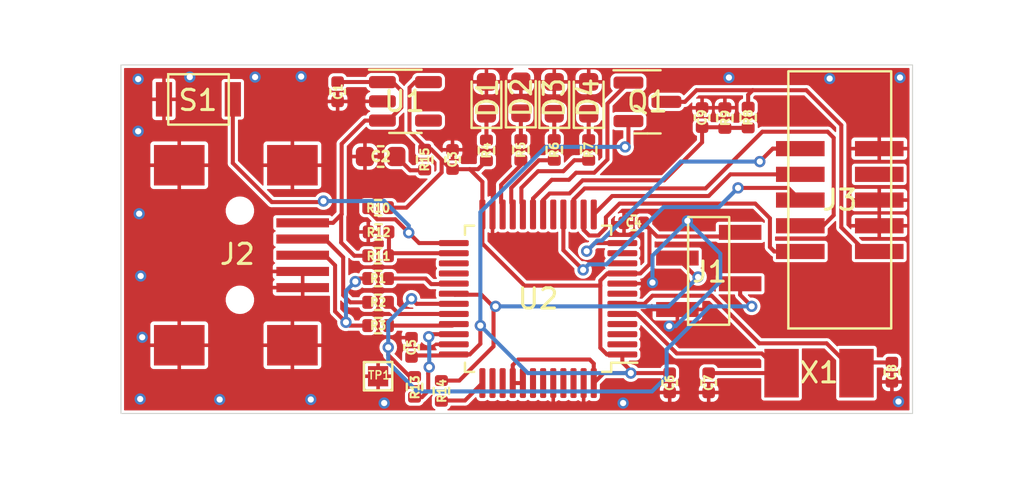
<source format=kicad_pcb>
(kicad_pcb (version 20211014) (generator pcbnew)
  (layers (0 "F.Cu" signal) (31 "B.Cu" signal) (34 "B.Paste" user) (35 "F.Paste" user) (36 "B.SilkS" user "B.Silkscreen") (37 "F.SilkS" user "F.Silkscreen") (38 "B.Mask" user) (39 "F.Mask" user) (44 "Edge.Cuts" user))
  (net 0 "")
  (net 1 "GND")
  (net 2 "+3V3")
  (net 3 "+5V")
  (net 4 "Net-(R15-Pad2)")
  (net 5 "Net-(X1-Pad1)")
  (net 6 "Net-(X1-Pad2)")
  (net 7 "Net-(R9-Pad1)")
  (net 8 "Net-(R1-Pad2)")
  (net 9 "/TMS")
  (net 10 "/TCK")
  (net 11 "/TDO")
  (net 13 "/TDI")
  (net 14 "/RST")
  (net 15 "/PWR_BR")
  (net 16 "Net-(U2-Pad29)")
  (net 17 "Net-(J2-Pad2)")
  (net 18 "Net-(U2-Pad32)")
  (net 19 "Net-(U2-Pad33)")
  (net 20 "/TPWR")
  (net 21 "Net-(R10-Pad2)")
  (net 22 "/VBUS")
  (net 23 "Net-(U2-Pad34)")
  (net 24 "/RXD")
  (net 25 "Net-(U2-Pad37)")
  (net 26 "/LED2")
  (net 27 "/LED1")
  (net 28 "/LED0")
  (net 29 "/TXD")
  (net 46 "Net-(D1-Pad1)")
  (net 47 "Net-(D2-Pad1)")
  (net 48 "Net-(D3-Pad1)")
  (net 49 "Net-(D4-Pad1)")
  (footprint "EOS:U-M-M5SS-W-2" (layer "F.Cu") (at 28.975 29.4 -90)
    (fp_text reference "J2" (at -0.05 3.225 unlocked) (layer "F.SilkS"))
    (fp_text value "USB_Mini_B")
    (pad "" np_thru_hole circle (at 2.2 3.1 270) (size 0.9 0.9) (drill 0.9) (layers F&B.Cu *.Mask))
    (pad "" np_thru_hole circle (at -2.2 3.1 270) (size 0.9 0.9) (drill 0.9) (layers F&B.Cu *.Mask))
    (pad "1" smd rect (at -1.6 0 270) (size 0.45 2.6) (layers "F.Cu" "F.Paste" "F.Mask") (net 3 "+5V"))
    (pad "2" smd rect (at -0.8 0 270) (size 0.45 2.6) (layers "F.Cu" "F.Paste" "F.Mask") (net 17 "Net-(J2-Pad2)"))
    (pad "3" smd rect (at 0 0 270) (size 0.45 2.6) (layers "F.Cu" "F.Paste" "F.Mask") (net 8 "Net-(R1-Pad2)"))
    (pad "4" smd rect (at 0.8 0 270) (size 0.45 2.6) (layers "F.Cu" "F.Paste" "F.Mask") (net 1 "GND"))
    (pad "5" smd rect (at 1.6 0 270) (size 0.45 2.6) (layers "F.Cu" "F.Paste" "F.Mask") (net 1 "GND"))
    (pad "6" smd rect (at -4.445 0.508 270) (size 2 2.5) (layers "F.Cu" "F.Paste" "F.Mask") (net 1 "GND"))
    (pad "7" smd rect (at -4.445 6.096 270) (size 2 2.5) (layers "F.Cu" "F.Paste" "F.Mask") (net 1 "GND"))
    (pad "8" smd rect (at 4.445 0.508 270) (size 2 2.5) (layers "F.Cu" "F.Paste" "F.Mask") (net 1 "GND"))
    (pad "9" smd rect (at 4.445 6.096 270) (size 2 2.5) (layers "F.Cu" "F.Paste" "F.Mask") (net 1 "GND"))
  )
  (footprint "Resistor_SMD:R_0402_1005Metric" (layer "F.Cu") (at 34.5 35.9 90)
    (fp_text reference "R13" (at -0.025 0.025 90) (layer "F.SilkS") (effects (font (size 0.4 0.4) (thickness 0.1))))
    (fp_text value "0R")
    (pad "1" smd roundrect (at -0.51 0 90) (size 0.54 0.64) (layers "F.Cu" "F.Paste" "F.Mask") (net 23 "Net-(U2-Pad34)"))
    (pad "2" smd roundrect (at 0.51 0 90) (size 0.54 0.64) (layers "F.Cu" "F.Paste" "F.Mask") (net 24 "/RXD"))
  )
  (footprint "Resistor_SMD:R_0402_1005Metric" (layer "F.Cu") (at 32.7 32.875 180)
    (fp_text reference "R3" (at 0 0) (layer "F.SilkS") (effects (font (size 0.4 0.4) (thickness 0.1))))
    (fp_text value "22")
    (pad "1" smd roundrect (at -0.51 0 180) (size 0.54 0.64) (layers "F.Cu" "F.Paste" "F.Mask") (net 19 "Net-(U2-Pad33)"))
    (pad "2" smd roundrect (at 0.51 0 180) (size 0.54 0.64) (layers "F.Cu" "F.Paste" "F.Mask") (net 8 "Net-(R1-Pad2)"))
  )
  (footprint "Resistor_SMD:R_0402_1005Metric" (layer "F.Cu") (at 35 24.675 -90)
    (fp_text reference "R15" (at 0 0 90) (layer "F.SilkS") (effects (font (size 0.4 0.4) (thickness 0.1))))
    (fp_text value "1")
    (pad "1" smd roundrect (at -0.51 0 270) (size 0.54 0.64) (layers "F.Cu" "F.Paste" "F.Mask") (net 2 "+3V3"))
    (pad "2" smd roundrect (at 0.51 0 270) (size 0.54 0.64) (layers "F.Cu" "F.Paste" "F.Mask") (net 4 "Net-(R15-Pad2)"))
  )
  (footprint "Resistor_SMD:R_0402_1005Metric" (layer "F.Cu") (at 32.7 27.05 180)
    (fp_text reference "R10" (at 0 -0.025) (layer "F.SilkS") (effects (font (size 0.4 0.4) (thickness 0.1))))
    (fp_text value "10k")
    (pad "1" smd roundrect (at -0.51 0 180) (size 0.54 0.64) (layers "F.Cu" "F.Paste" "F.Mask") (net 2 "+3V3"))
    (pad "2" smd roundrect (at 0.51 0 180) (size 0.54 0.64) (layers "F.Cu" "F.Paste" "F.Mask") (net 21 "Net-(R10-Pad2)"))
  )
  (footprint "Resistor_SMD:R_0402_1005Metric" (layer "F.Cu") (at 35.825 36.1 90)
    (fp_text reference "R14" (at 0 0.025 90) (layer "F.SilkS") (effects (font (size 0.4 0.4) (thickness 0.1))))
    (fp_text value "0R")
    (pad "1" smd roundrect (at -0.51 0 90) (size 0.54 0.64) (layers "F.Cu" "F.Paste" "F.Mask") (net 25 "Net-(U2-Pad37)"))
    (pad "2" smd roundrect (at 0.51 0 90) (size 0.54 0.64) (layers "F.Cu" "F.Paste" "F.Mask") (net 29 "/TXD"))
  )
  (footprint "Capacitor_SMD:C_0402_1005Metric" (layer "F.Cu") (at 34.35 33.95 90)
    (fp_text reference "C5" (at 0 0 90) (layer "F.SilkS") (effects (font (size 0.4 0.4) (thickness 0.1))))
    (fp_text value "100n")
    (pad "1" smd roundrect (at -0.48 0 90) (size 0.56 0.62) (layers "F.Cu" "F.Paste" "F.Mask") (net 2 "+3V3"))
    (pad "2" smd roundrect (at 0.48 0 90) (size 0.56 0.62) (layers "F.Cu" "F.Paste" "F.Mask") (net 1 "GND"))
  )
  (footprint "LED_SMD:LED_0603_1608Metric" (layer "F.Cu") (at 39.75 21.6 90)
    (fp_text reference "D2" (at 0 0.025 90) (layer "F.SilkS"))
    (fp_text value "red")
    (pad "1" smd roundrect (at -0.7875 0 90) (size 0.875 0.95) (layers "F.Cu" "F.Paste" "F.Mask") (net 47 "Net-(D2-Pad1)"))
    (pad "2" smd roundrect (at 0.7875 0 90) (size 0.875 0.95) (layers "F.Cu" "F.Paste" "F.Mask") (net 1 "GND"))
  )
  (footprint "TestPoint:TestPoint_Pad_1.0x1.0mm" (layer "F.Cu") (at 32.7 35.375)
    (fp_text reference "TP1" (at 0.05 -0.05) (layer "F.SilkS") (effects (font (size 0.4 0.4) (thickness 0.075))))
    (fp_text value "TestPoint_Alt")
    (pad "1" smd rect (at 0 0) (size 1 1) (layers "F.Cu" "F.Mask") (net 1 "GND"))
  )
  (footprint "LED_SMD:LED_0603_1608Metric" (layer "F.Cu") (at 41.4 21.625 90)
    (fp_text reference "D3" (at 0 0 90) (layer "F.SilkS"))
    (fp_text value "yellow")
    (pad "1" smd roundrect (at -0.7875 0 90) (size 0.875 0.95) (layers "F.Cu" "F.Paste" "F.Mask") (net 48 "Net-(D3-Pad1)"))
    (pad "2" smd roundrect (at 0.7875 0 90) (size 0.875 0.95) (layers "F.Cu" "F.Paste" "F.Mask") (net 1 "GND"))
  )
  (footprint "LED_SMD:LED_0603_1608Metric" (layer "F.Cu") (at 43.1 21.625 90)
    (fp_text reference "D4" (at 0 -0.025 90) (layer "F.SilkS"))
    (fp_text value "yellow")
    (pad "1" smd roundrect (at -0.7875 0 90) (size 0.875 0.95) (layers "F.Cu" "F.Paste" "F.Mask") (net 49 "Net-(D4-Pad1)"))
    (pad "2" smd roundrect (at 0.7875 0 90) (size 0.875 0.95) (layers "F.Cu" "F.Paste" "F.Mask") (net 1 "GND"))
  )
  (footprint "Resistor_SMD:R_0402_1005Metric" (layer "F.Cu") (at 32.7 30.55 180)
    (fp_text reference "R1" (at 0 0) (layer "F.SilkS") (effects (font (size 0.4 0.4) (thickness 0.1))))
    (fp_text value "1k5")
    (pad "1" smd roundrect (at -0.51 0 180) (size 0.54 0.64) (layers "F.Cu" "F.Paste" "F.Mask") (net 16 "Net-(U2-Pad29)"))
    (pad "2" smd roundrect (at 0.51 0 180) (size 0.54 0.64) (layers "F.Cu" "F.Paste" "F.Mask") (net 8 "Net-(R1-Pad2)"))
  )
  (footprint "Capacitor_SMD:C_0402_1005Metric" (layer "F.Cu") (at 48.7 22.6 90)
    (fp_text reference "C9" (at 0 0 90) (layer "F.SilkS") (effects (font (size 0.4 0.4) (thickness 0.1))))
    (fp_text value "100n")
    (pad "1" smd roundrect (at -0.48 0 90) (size 0.56 0.62) (layers "F.Cu" "F.Paste" "F.Mask") (net 7 "Net-(R9-Pad1)"))
    (pad "2" smd roundrect (at 0.48 0 90) (size 0.56 0.62) (layers "F.Cu" "F.Paste" "F.Mask") (net 1 "GND"))
  )
  (footprint "Capacitor_SMD:C_0603_1608Metric" (layer "F.Cu") (at 32.825 24.525 180)
    (fp_text reference "C2" (at 0 0) (layer "F.SilkS") (effects (font (size 0.5 0.5) (thickness 0.125))))
    (fp_text value "3.3u")
    (pad "1" smd roundrect (at -0.775 0 180) (size 0.9 0.95) (layers "F.Cu" "F.Paste" "F.Mask") (net 4 "Net-(R15-Pad2)"))
    (pad "2" smd roundrect (at 0.775 0 180) (size 0.9 0.95) (layers "F.Cu" "F.Paste" "F.Mask") (net 1 "GND"))
  )
  (footprint "LED_SMD:LED_0603_1608Metric" (layer "F.Cu") (at 38.05 21.625 90)
    (fp_text reference "D1" (at 0 0.05 90) (layer "F.SilkS"))
    (fp_text value "green")
    (pad "1" smd roundrect (at -0.7875 0 90) (size 0.875 0.95) (layers "F.Cu" "F.Paste" "F.Mask") (net 46 "Net-(D1-Pad1)"))
    (pad "2" smd roundrect (at 0.7875 0 90) (size 0.875 0.95) (layers "F.Cu" "F.Paste" "F.Mask") (net 1 "GND"))
  )
  (footprint "Capacitor_SMD:C_0402_1005Metric" (layer "F.Cu") (at 45.325 27.8 180)
    (fp_text reference "C4" (at 0 0) (layer "F.SilkS") (effects (font (size 0.4 0.4) (thickness 0.1))))
    (fp_text value "100n")
    (pad "1" smd roundrect (at -0.48 0 180) (size 0.56 0.62) (layers "F.Cu" "F.Paste" "F.Mask") (net 2 "+3V3"))
    (pad "2" smd roundrect (at 0.48 0 180) (size 0.56 0.62) (layers "F.Cu" "F.Paste" "F.Mask") (net 1 "GND"))
  )
  (footprint "Package_TO_SOT_SMD:SOT-23" (layer "F.Cu") (at 46 21.825)
    (fp_text reference "Q1" (at 0 0) (layer "F.SilkS"))
    (fp_text value "FDV304P")
    (pad "1" smd roundrect (at -0.9375 -0.95) (size 1.475 0.6) (layers "F.Cu" "F.Paste" "F.Mask") (net 15 "/PWR_BR"))
    (pad "2" smd roundrect (at -0.9375 0.95) (size 1.475 0.6) (layers "F.Cu" "F.Paste" "F.Mask") (net 2 "+3V3"))
    (pad "3" smd roundrect (at 0.9375 0) (size 1.475 0.6) (layers "F.Cu" "F.Paste" "F.Mask") (net 20 "/TPWR"))
  )
  (footprint "Capacitor_SMD:C_0402_1005Metric" (layer "F.Cu") (at 36.375 24.67 90)
    (fp_text reference "C3" (at 0 0 90) (layer "F.SilkS") (effects (font (size 0.4 0.4) (thickness 0.1))))
    (fp_text value "100n")
    (pad "1" smd roundrect (at -0.48 0 90) (size 0.56 0.62) (layers "F.Cu" "F.Paste" "F.Mask") (net 2 "+3V3"))
    (pad "2" smd roundrect (at 0.48 0 90) (size 0.56 0.62) (layers "F.Cu" "F.Paste" "F.Mask") (net 1 "GND"))
  )
  (footprint "Capacitor_SMD:C_0402_1005Metric" (layer "F.Cu") (at 47.1 35.7 -90)
    (fp_text reference "C6" (at 0 0 90) (layer "F.SilkS") (effects (font (size 0.4 0.4) (thickness 0.1))))
    (fp_text value "100n")
    (pad "1" smd roundrect (at -0.48 0 270) (size 0.56 0.62) (layers "F.Cu" "F.Paste" "F.Mask") (net 2 "+3V3"))
    (pad "2" smd roundrect (at 0.48 0 270) (size 0.56 0.62) (layers "F.Cu" "F.Paste" "F.Mask") (net 1 "GND"))
  )
  (footprint "EOS:G5308000201080" (layer "F.Cu") (at 54.475 35.225)
    (fp_text reference "X1" (at 0 -0.025 unlocked) (layer "F.SilkS"))
    (fp_text value "8 MHz")
    (pad "1" smd rect (at -1.85 0) (size 1.7 2.4) (layers "F.Cu" "F.Paste" "F.Mask") (net 5 "Net-(X1-Pad1)"))
    (pad "2" smd rect (at 1.85 0) (size 1.7 2.4) (layers "F.Cu" "F.Paste" "F.Mask") (net 6 "Net-(X1-Pad2)"))
  )
  (footprint "Resistor_SMD:R_0402_1005Metric" (layer "F.Cu") (at 32.7 31.725 180)
    (fp_text reference "R2" (at 0 0) (layer "F.SilkS") (effects (font (size 0.4 0.4) (thickness 0.1))))
    (fp_text value "22")
    (pad "1" smd roundrect (at -0.51 0 180) (size 0.54 0.64) (layers "F.Cu" "F.Paste" "F.Mask") (net 18 "Net-(U2-Pad32)"))
    (pad "2" smd roundrect (at 0.51 0 180) (size 0.54 0.64) (layers "F.Cu" "F.Paste" "F.Mask") (net 17 "Net-(J2-Pad2)"))
  )
  (footprint "Resistor_SMD:R_0402_1005Metric" (layer "F.Cu") (at 49.825 22.625 90)
    (fp_text reference "R9" (at 0 0.025 90) (layer "F.SilkS") (effects (font (size 0.4 0.4) (thickness 0.1))))
    (fp_text value "10k")
    (pad "1" smd roundrect (at -0.51 0 90) (size 0.54 0.64) (layers "F.Cu" "F.Paste" "F.Mask") (net 7 "Net-(R9-Pad1)"))
    (pad "2" smd roundrect (at 0.51 0 90) (size 0.54 0.64) (layers "F.Cu" "F.Paste" "F.Mask") (net 1 "GND"))
  )
  (footprint "Resistor_SMD:R_0402_1005Metric" (layer "F.Cu") (at 32.725 28.25 180)
    (fp_text reference "R12" (at 0 -0.025) (layer "F.SilkS") (effects (font (size 0.4 0.4) (thickness 0.1))))
    (fp_text value "10k")
    (pad "1" smd roundrect (at -0.51 0 180) (size 0.54 0.64) (layers "F.Cu" "F.Paste" "F.Mask") (net 22 "/VBUS"))
    (pad "2" smd roundrect (at 0.51 0 180) (size 0.54 0.64) (layers "F.Cu" "F.Paste" "F.Mask") (net 1 "GND"))
  )
  (footprint "Resistor_SMD:R_0402_1005Metric" (layer "F.Cu") (at 38.05 24.225 90)
    (fp_text reference "R4" (at 0 0 90) (layer "F.SilkS") (effects (font (size 0.4 0.4) (thickness 0.1))))
    (fp_text value "390")
    (pad "1" smd roundrect (at -0.51 0 90) (size 0.54 0.64) (layers "F.Cu" "F.Paste" "F.Mask") (net 2 "+3V3"))
    (pad "2" smd roundrect (at 0.51 0 90) (size 0.54 0.64) (layers "F.Cu" "F.Paste" "F.Mask") (net 46 "Net-(D1-Pad1)"))
  )
  (footprint "Resistor_SMD:R_0402_1005Metric" (layer "F.Cu") (at 50.975 22.6 -90)
    (fp_text reference "R8" (at 0 0 90) (layer "F.SilkS") (effects (font (size 0.4 0.4) (thickness 0.1))))
    (fp_text value "4k7")
    (pad "1" smd roundrect (at -0.51 0 270) (size 0.54 0.64) (layers "F.Cu" "F.Paste" "F.Mask") (net 20 "/TPWR"))
    (pad "2" smd roundrect (at 0.51 0 270) (size 0.54 0.64) (layers "F.Cu" "F.Paste" "F.Mask") (net 7 "Net-(R9-Pad1)"))
  )
  (footprint "Capacitor_SMD:C_0402_1005Metric" (layer "F.Cu") (at 49.025 35.7 -90)
    (fp_text reference "C7" (at 0 0 90) (layer "F.SilkS") (effects (font (size 0.4 0.4) (thickness 0.1))))
    (fp_text value "27p")
    (pad "1" smd roundrect (at -0.48 0 270) (size 0.56 0.62) (layers "F.Cu" "F.Paste" "F.Mask") (net 5 "Net-(X1-Pad1)"))
    (pad "2" smd roundrect (at 0.48 0 270) (size 0.56 0.62) (layers "F.Cu" "F.Paste" "F.Mask") (net 1 "GND"))
  )
  (footprint "Capacitor_SMD:C_0402_1005Metric" (layer "F.Cu") (at 58.075 35.175 -90)
    (fp_text reference "C8" (at 0 0 90) (layer "F.SilkS") (effects (font (size 0.4 0.4) (thickness 0.1))))
    (fp_text value "27p")
    (pad "1" smd roundrect (at -0.48 0 270) (size 0.56 0.62) (layers "F.Cu" "F.Paste" "F.Mask") (net 6 "Net-(X1-Pad2)"))
    (pad "2" smd roundrect (at 0.48 0 270) (size 0.56 0.62) (layers "F.Cu" "F.Paste" "F.Mask") (net 1 "GND"))
  )
  (footprint "Resistor_SMD:R_0402_1005Metric" (layer "F.Cu") (at 32.7 29.425)
    (fp_text reference "R11" (at 0.025 0.025) (layer "F.SilkS") (effects (font (size 0.4 0.4) (thickness 0.1))))
    (fp_text value "4k7")
    (pad "1" smd roundrect (at -0.51 0) (size 0.54 0.64) (layers "F.Cu" "F.Paste" "F.Mask") (net 3 "+5V"))
    (pad "2" smd roundrect (at 0.51 0) (size 0.54 0.64) (layers "F.Cu" "F.Paste" "F.Mask") (net 22 "/VBUS"))
  )
  (footprint "Resistor_SMD:R_0402_1005Metric" (layer "F.Cu") (at 39.75 24.2 90)
    (fp_text reference "R5" (at 0 0 90) (layer "F.SilkS") (effects (font (size 0.4 0.4) (thickness 0.1))))
    (fp_text value "390")
    (pad "1" smd roundrect (at -0.51 0 90) (size 0.54 0.64) (layers "F.Cu" "F.Paste" "F.Mask") (net 26 "/LED2"))
    (pad "2" smd roundrect (at 0.51 0 90) (size 0.54 0.64) (layers "F.Cu" "F.Paste" "F.Mask") (net 47 "Net-(D2-Pad1)"))
  )
  (footprint "Capacitor_SMD:C_0402_1005Metric" (layer "F.Cu") (at 30.7 21.325 -90)
    (fp_text reference "C1" (at 0 -0.025 90) (layer "F.SilkS") (effects (font (size 0.4 0.4) (thickness 0.1))))
    (fp_text value "1u")
    (pad "1" smd roundrect (at -0.48 0 270) (size 0.56 0.62) (layers "F.Cu" "F.Paste" "F.Mask") (net 3 "+5V"))
    (pad "2" smd roundrect (at 0.48 0 270) (size 0.56 0.62) (layers "F.Cu" "F.Paste" "F.Mask") (net 1 "GND"))
  )
  (footprint "Package_TO_SOT_SMD:SOT-23-5" (layer "F.Cu") (at 34.05 21.8)
    (fp_text reference "U1" (at -0.05 0) (layer "F.SilkS"))
    (fp_text value "LP2981-33")
    (pad "1" smd roundrect (at -1.1375 -0.95) (size 1.325 0.6) (layers "F.Cu" "F.Paste" "F.Mask") (net 3 "+5V"))
    (pad "2" smd roundrect (at -1.1375 0) (size 1.325 0.6) (layers "F.Cu" "F.Paste" "F.Mask") (net 1 "GND"))
    (pad "3" smd roundrect (at -1.1375 0.95) (size 1.325 0.6) (layers "F.Cu" "F.Paste" "F.Mask") (net 3 "+5V"))
    (pad "4" smd roundrect (at 1.1375 0.95) (size 1.325 0.6) (layers "F.Cu" "F.Paste" "F.Mask"))
    (pad "5" smd roundrect (at 1.1375 -0.95) (size 1.325 0.6) (layers "F.Cu" "F.Paste" "F.Mask") (net 2 "+3V3"))
  )
  (footprint "EOS:B3U-1000P" (layer "F.Cu") (at 23.825 21.7)
    (fp_text reference "S1" (at -0.025 0.05 unlocked) (layer "F.SilkS"))
    (fp_text value "B3U-1000P")
    (pad "1" smd rect (at -1.7 0) (size 0.8 1.7) (layers "F.Cu" "F.Paste" "F.Mask") (net 1 "GND"))
    (pad "2" smd rect (at 1.7 0) (size 0.8 1.7) (layers "F.Cu" "F.Paste" "F.Mask") (net 21 "Net-(R10-Pad2)"))
  )
  (footprint "EOS:X1311WVS-04J-C18D42R1" (layer "F.Cu") (at 49.03 30.175 90)
    (fp_text reference "J1" (at -0.05 0.045 unlocked) (layer "F.SilkS"))
    (fp_text value "PB53261−04")
    (pad "1" smd rect (at -1.905 -1.55 90) (size 0.74 2.1) (layers "F.Cu" "F.Paste" "F.Mask") (net 1 "GND"))
    (pad "2" smd rect (at -0.635 1.55 90) (size 0.74 2.1) (layers "F.Cu" "F.Paste" "F.Mask") (net 24 "/RXD"))
    (pad "3" smd rect (at 0.635 -1.55 90) (size 0.74 2.1) (layers "F.Cu" "F.Paste" "F.Mask") (net 29 "/TXD"))
    (pad "4" smd rect (at 1.905 1.55 90) (size 0.74 2.1) (layers "F.Cu" "F.Paste" "F.Mask") (net 2 "+3V3"))
  )
  (footprint "Resistor_SMD:R_0402_1005Metric" (layer "F.Cu") (at 43.1 24.2 90)
    (fp_text reference "R7" (at 0 0 90) (layer "F.SilkS") (effects (font (size 0.4 0.4) (thickness 0.1))))
    (fp_text value "390")
    (pad "1" smd roundrect (at -0.51 0 90) (size 0.54 0.64) (layers "F.Cu" "F.Paste" "F.Mask") (net 28 "/LED0"))
    (pad "2" smd roundrect (at 0.51 0 90) (size 0.54 0.64) (layers "F.Cu" "F.Paste" "F.Mask") (net 49 "Net-(D4-Pad1)"))
  )
  (footprint "EOS:X1270WVS-2x05A-6TV01" (layer "F.Cu") (at 55.5 26.675 90)
    (fp_text reference "J3" (at 0 0 unlocked) (layer "F.SilkS"))
    (fp_text value "X1270WVS-2x05A-6TV01")
    (pad "1" smd rect (at -2.54 1.95 90) (size 0.75 2.4) (layers "F.Cu" "F.Paste" "F.Mask") (net 20 "/TPWR"))
    (pad "2" smd rect (at -2.54 -1.95 90) (size 0.75 2.4) (layers "F.Cu" "F.Paste" "F.Mask") (net 9 "/TMS"))
    (pad "3" smd rect (at -1.27 1.95 90) (size 0.75 2.4) (layers "F.Cu" "F.Paste" "F.Mask") (net 1 "GND"))
    (pad "4" smd rect (at -1.27 -1.95 90) (size 0.75 2.4) (layers "F.Cu" "F.Paste" "F.Mask") (net 10 "/TCK"))
    (pad "5" smd rect (at 0 1.95 90) (size 0.75 2.4) (layers "F.Cu" "F.Paste" "F.Mask") (net 1 "GND"))
    (pad "6" smd rect (at 0 -1.95 90) (size 0.75 2.4) (layers "F.Cu" "F.Paste" "F.Mask") (net 11 "/TDO"))
    (pad "7" smd rect (at 1.27 1.95 90) (size 0.75 2.4) (layers "F.Cu" "F.Paste" "F.Mask"))
    (pad "8" smd rect (at 1.27 -1.95 90) (size 0.75 2.4) (layers "F.Cu" "F.Paste" "F.Mask") (net 13 "/TDI"))
    (pad "9" smd rect (at 2.54 1.95 90) (size 0.75 2.4) (layers "F.Cu" "F.Paste" "F.Mask") (net 1 "GND"))
    (pad "10" smd rect (at 2.54 -1.95 90) (size 0.75 2.4) (layers "F.Cu" "F.Paste" "F.Mask") (net 14 "/RST"))
  )
  (footprint "Resistor_SMD:R_0402_1005Metric" (layer "F.Cu") (at 41.4 24.2 90)
    (fp_text reference "R6" (at 0 0 90) (layer "F.SilkS") (effects (font (size 0.4 0.4) (thickness 0.1))))
    (fp_text value "390")
    (pad "1" smd roundrect (at -0.51 0 90) (size 0.54 0.64) (layers "F.Cu" "F.Paste" "F.Mask") (net 27 "/LED1"))
    (pad "2" smd roundrect (at 0.51 0 90) (size 0.54 0.64) (layers "F.Cu" "F.Paste" "F.Mask") (net 48 "Net-(D3-Pad1)"))
  )
  (footprint "Package_QFP:LQFP-48_7x7mm_P0.5mm" (layer "F.Cu") (at 40.6 31.55 180)
    (fp_text reference "U2" (at 0 0) (layer "F.SilkS"))
    (fp_text value "STM32F102CBTx")
    (pad "1" smd roundrect (at -4.1625 -2.75 180) (size 1.475 0.3) (layers "F.Cu" "F.Paste" "F.Mask") (net 2 "+3V3"))
    (pad "2" smd roundrect (at -4.1625 -2.25 180) (size 1.475 0.3) (layers "F.Cu" "F.Paste" "F.Mask"))
    (pad "3" smd roundrect (at -4.1625 -1.75 180) (size 1.475 0.3) (layers "F.Cu" "F.Paste" "F.Mask"))
    (pad "4" smd roundrect (at -4.1625 -1.25 180) (size 1.475 0.3) (layers "F.Cu" "F.Paste" "F.Mask"))
    (pad "5" smd roundrect (at -4.1625 -0.75 180) (size 1.475 0.3) (layers "F.Cu" "F.Paste" "F.Mask") (net 5 "Net-(X1-Pad1)"))
    (pad "6" smd roundrect (at -4.1625 -0.25 180) (size 1.475 0.3) (layers "F.Cu" "F.Paste" "F.Mask") (net 6 "Net-(X1-Pad2)"))
    (pad "7" smd roundrect (at -4.1625 0.25 180) (size 1.475 0.3) (layers "F.Cu" "F.Paste" "F.Mask"))
    (pad "8" smd roundrect (at -4.1625 0.75 180) (size 1.475 0.3) (layers "F.Cu" "F.Paste" "F.Mask") (net 1 "GND"))
    (pad "9" smd roundrect (at -4.1625 1.25 180) (size 1.475 0.3) (layers "F.Cu" "F.Paste" "F.Mask") (net 2 "+3V3"))
    (pad "10" smd roundrect (at -4.1625 1.75 180) (size 1.475 0.3) (layers "F.Cu" "F.Paste" "F.Mask"))
    (pad "11" smd roundrect (at -4.1625 2.25 180) (size 1.475 0.3) (layers "F.Cu" "F.Paste" "F.Mask"))
    (pad "12" smd roundrect (at -4.1625 2.75 180) (size 1.475 0.3) (layers "F.Cu" "F.Paste" "F.Mask") (net 14 "/RST"))
    (pad "13" smd roundrect (at -2.75 4.1625 180) (size 0.3 1.475) (layers "F.Cu" "F.Paste" "F.Mask") (net 13 "/TDI"))
    (pad "14" smd roundrect (at -2.25 4.1625 180) (size 0.3 1.475) (layers "F.Cu" "F.Paste" "F.Mask") (net 9 "/TMS"))
    (pad "15" smd roundrect (at -1.75 4.1625 180) (size 0.3 1.475) (layers "F.Cu" "F.Paste" "F.Mask") (net 10 "/TCK"))
    (pad "16" smd roundrect (at -1.25 4.1625 180) (size 0.3 1.475) (layers "F.Cu" "F.Paste" "F.Mask") (net 11 "/TDO"))
    (pad "17" smd roundrect (at -0.75 4.1625 180) (size 0.3 1.475) (layers "F.Cu" "F.Paste" "F.Mask"))
    (pad "18" smd roundrect (at -0.25 4.1625 180) (size 0.3 1.475) (layers "F.Cu" "F.Paste" "F.Mask") (net 7 "Net-(R9-Pad1)"))
    (pad "19" smd roundrect (at 0.25 4.1625 180) (size 0.3 1.475) (layers "F.Cu" "F.Paste" "F.Mask") (net 15 "/PWR_BR"))
    (pad "20" smd roundrect (at 0.75 4.1625 180) (size 0.3 1.475) (layers "F.Cu" "F.Paste" "F.Mask") (net 28 "/LED0"))
    (pad "21" smd roundrect (at 1.25 4.1625 180) (size 0.3 1.475) (layers "F.Cu" "F.Paste" "F.Mask") (net 27 "/LED1"))
    (pad "22" smd roundrect (at 1.75 4.1625 180) (size 0.3 1.475) (layers "F.Cu" "F.Paste" "F.Mask") (net 26 "/LED2"))
    (pad "23" smd roundrect (at 2.25 4.1625 180) (size 0.3 1.475) (layers "F.Cu" "F.Paste" "F.Mask") (net 1 "GND"))
    (pad "24" smd roundrect (at 2.75 4.1625 180) (size 0.3 1.475) (layers "F.Cu" "F.Paste" "F.Mask") (net 2 "+3V3"))
    (pad "25" smd roundrect (at 4.1625 2.75 180) (size 1.475 0.3) (layers "F.Cu" "F.Paste" "F.Mask") (net 21 "Net-(R10-Pad2)"))
    (pad "26" smd roundrect (at 4.1625 2.25 180) (size 1.475 0.3) (layers "F.Cu" "F.Paste" "F.Mask") (net 22 "/VBUS"))
    (pad "27" smd roundrect (at 4.1625 1.75 180) (size 1.475 0.3) (layers "F.Cu" "F.Paste" "F.Mask"))
    (pad "28" smd roundrect (at 4.1625 1.25 180) (size 1.475 0.3) (layers "F.Cu" "F.Paste" "F.Mask"))
    (pad "29" smd roundrect (at 4.1625 0.75 180) (size 1.475 0.3) (layers "F.Cu" "F.Paste" "F.Mask") (net 16 "Net-(U2-Pad29)"))
    (pad "30" smd roundrect (at 4.1625 0.25 180) (size 1.475 0.3) (layers "F.Cu" "F.Paste" "F.Mask") (net 29 "/TXD"))
    (pad "31" smd roundrect (at 4.1625 -0.25 180) (size 1.475 0.3) (layers "F.Cu" "F.Paste" "F.Mask") (net 24 "/RXD"))
    (pad "32" smd roundrect (at 4.1625 -0.75 180) (size 1.475 0.3) (layers "F.Cu" "F.Paste" "F.Mask") (net 18 "Net-(U2-Pad32)"))
    (pad "33" smd roundrect (at 4.1625 -1.25 180) (size 1.475 0.3) (layers "F.Cu" "F.Paste" "F.Mask") (net 19 "Net-(U2-Pad33)"))
    (pad "34" smd roundrect (at 4.1625 -1.75 180) (size 1.475 0.3) (layers "F.Cu" "F.Paste" "F.Mask") (net 23 "Net-(U2-Pad34)"))
    (pad "35" smd roundrect (at 4.1625 -2.25 180) (size 1.475 0.3) (layers "F.Cu" "F.Paste" "F.Mask") (net 1 "GND"))
    (pad "36" smd roundrect (at 4.1625 -2.75 180) (size 1.475 0.3) (layers "F.Cu" "F.Paste" "F.Mask") (net 2 "+3V3"))
    (pad "37" smd roundrect (at 2.75 -4.1625 180) (size 0.3 1.475) (layers "F.Cu" "F.Paste" "F.Mask") (net 25 "Net-(U2-Pad37)"))
    (pad "38" smd roundrect (at 2.25 -4.1625 180) (size 0.3 1.475) (layers "F.Cu" "F.Paste" "F.Mask"))
    (pad "39" smd roundrect (at 1.75 -4.1625 180) (size 0.3 1.475) (layers "F.Cu" "F.Paste" "F.Mask"))
    (pad "40" smd roundrect (at 1.25 -4.1625 180) (size 0.3 1.475) (layers "F.Cu" "F.Paste" "F.Mask") (net 2 "+3V3"))
    (pad "41" smd roundrect (at 0.75 -4.1625 180) (size 0.3 1.475) (layers "F.Cu" "F.Paste" "F.Mask") (net 2 "+3V3"))
    (pad "42" smd roundrect (at 0.25 -4.1625 180) (size 0.3 1.475) (layers "F.Cu" "F.Paste" "F.Mask"))
    (pad "43" smd roundrect (at -0.25 -4.1625 180) (size 0.3 1.475) (layers "F.Cu" "F.Paste" "F.Mask"))
    (pad "44" smd roundrect (at -0.75 -4.1625 180) (size 0.3 1.475) (layers "F.Cu" "F.Paste" "F.Mask") (net 1 "GND"))
    (pad "45" smd roundrect (at -1.25 -4.1625 180) (size 0.3 1.475) (layers "F.Cu" "F.Paste" "F.Mask"))
    (pad "46" smd roundrect (at -1.75 -4.1625 180) (size 0.3 1.475) (layers "F.Cu" "F.Paste" "F.Mask"))
    (pad "47" smd roundrect (at -2.25 -4.1625 180) (size 0.3 1.475) (layers "F.Cu" "F.Paste" "F.Mask") (net 1 "GND"))
    (pad "48" smd roundrect (at -2.75 -4.1625 180) (size 0.3 1.475) (layers "F.Cu" "F.Paste" "F.Mask") (net 2 "+3V3"))
  )
  (gr_rect (start 20 20) (end 59.095 37.215) (layer "Edge.Cuts") (width 0.05) (fill none))
  (segment (start 44.845 27.8) (end 44.845 27.755) (width 0.2) (layer "F.Cu") (net 1))
  (segment (start 47.5 27.225) (end 47.975 27.7) (width 0.2) (layer "F.Cu") (net 1))
  (segment (start 44.845 27.755) (end 45.375 27.225) (width 0.2) (layer "F.Cu") (net 1))
  (segment (start 45.375 27.225) (end 47.5 27.225) (width 0.2) (layer "F.Cu") (net 1))
  (via (at 20.85 20.7) (size 0.5588) (drill 0.3048) (layers "F.Cu" "B.Cu") (net 1))
  (via (at 29.375 36.525) (size 0.5588) (drill 0.3048) (layers "F.Cu" "B.Cu") (net 1))
  (via (at 20.85 23.275) (size 0.5588) (drill 0.3048) (layers "F.Cu" "B.Cu") (net 1))
  (via (at 21.05 33.45) (size 0.5588) (drill 0.3048) (layers "F.Cu" "B.Cu") (net 1))
  (via (at 26.625 20.6) (size 0.5588) (drill 0.3048) (layers "F.Cu" "B.Cu") (net 1))
  (via (at 24.875 36.525) (size 0.5588) (drill 0.3048) (layers "F.Cu" "B.Cu") (net 1))
  (via (at 47.075 32.9) (size 0.5588) (drill 0.3048) (layers "F.Cu" "B.Cu") (net 1))
  (via (at 28.9 20.575) (size 0.5588) (drill 0.3048) (layers "F.Cu" "B.Cu") (net 1))
  (via (at 33 36.7) (size 0.5588) (drill 0.3048) (layers "F.Cu" "B.Cu") (net 1))
  (via (at 58.4 36.625) (size 0.5588) (drill 0.3048) (layers "F.Cu" "B.Cu") (net 1))
  (via (at 20.95 36.5) (size 0.5588) (drill 0.3048) (layers "F.Cu" "B.Cu") (net 1))
  (via (at 58.475 20.625) (size 0.5588) (drill 0.3048) (layers "F.Cu" "B.Cu") (net 1))
  (via (at 23.4 20.6) (size 0.5588) (drill 0.3048) (layers "F.Cu" "B.Cu") (net 1))
  (via (at 20.9 27.35) (size 0.5588) (drill 0.3048) (layers "F.Cu" "B.Cu") (net 1))
  (via (at 44.8 36.7) (size 0.5588) (drill 0.3048) (layers "F.Cu" "B.Cu") (net 1))
  (via (at 47.975 27.7) (size 0.5588) (drill 0.3048) (layers "F.Cu" "B.Cu") (net 1))
  (via (at 20.975 30.425) (size 0.5588) (drill 0.3048) (layers "F.Cu" "B.Cu") (net 1))
  (via (at 55 20.675) (size 0.5588) (drill 0.3048) (layers "F.Cu" "B.Cu") (net 1))
  (via (at 50.025 20.625) (size 0.5588) (drill 0.3048) (layers "F.Cu" "B.Cu") (net 1))
  (via (at 46.25 30.75) (size 0.5588) (drill 0.3048) (layers "F.Cu" "B.Cu") (net 1))
  (segment (start 46.25 29.425) (end 46.25 30.75) (width 0.2) (layer "B.Cu") (net 1))
  (segment (start 49.6 29.325) (end 47.975 27.7) (width 0.2) (layer "B.Cu") (net 1))
  (segment (start 47.4 32.9) (end 49.6 30.7) (width 0.2) (layer "B.Cu") (net 1))
  (segment (start 49.6 30.7) (end 49.6 29.325) (width 0.2) (layer "B.Cu") (net 1))
  (segment (start 47.975 27.7) (end 46.25 29.425) (width 0.2) (layer "B.Cu") (net 1))
  (segment (start 47.075 32.9) (end 47.4 32.9) (width 0.2) (layer "B.Cu") (net 1))
  (segment (start 39.35 34.825) (end 39.625 34.55) (width 0.2) (layer "F.Cu") (net 2))
  (segment (start 45.0625 22.775) (end 45.0625 23.8875) (width 0.2) (layer "F.Cu") (net 2))
  (segment (start 36.3875 34.35) (end 36.4375 34.3) (width 0.2) (layer "F.Cu") (net 2))
  (segment (start 36.4375 34.3) (end 37.225 34.3) (width 0.2) (layer "F.Cu") (net 2))
  (segment (start 35.315 24.165) (end 35.8375 24.6875) (width 0.2) (layer "F.Cu") (net 2))
  (segment (start 45.805 27.8) (end 46.48 28.475) (width 0.2) (layer "F.Cu") (net 2))
  (segment (start 37.85 28.825) (end 39.925 30.9) (width 0.2) (layer "F.Cu") (net 2))
  (segment (start 44.7625 34.6875) (end 45.295 35.22) (width 0.2) (layer "F.Cu") (net 2))
  (segment (start 35.8375 25.3125) (end 35.8375 24.6875) (width 0.2) (layer "F.Cu") (net 2))
  (segment (start 39.625 34.55) (end 43.15 34.55) (width 0.2) (layer "F.Cu") (net 2))
  (segment (start 35.8375 24.6875) (end 36.3 25.15) (width 0.2) (layer "F.Cu") (net 2))
  (segment (start 33.21 27.05) (end 34.1 27.05) (width 0.2) (layer "F.Cu") (net 2))
  (segment (start 37.85 25.775) (end 37.225 25.15) (width 0.2) (layer "F.Cu") (net 2))
  (segment (start 37.225 25.15) (end 37.635 25.15) (width 0.2) (layer "F.Cu") (net 2))
  (segment (start 46.48 28.475) (end 50.375 28.475) (width 0.2) (layer "F.Cu") (net 2))
  (segment (start 34.1 27.05) (end 35.8375 25.3125) (width 0.2) (layer "F.Cu") (net 2))
  (segment (start 44.7625 30.3) (end 44.025 30.3) (width 0.2) (layer "F.Cu") (net 2))
  (segment (start 37.85 27.3875) (end 37.85 25.775) (width 0.2) (layer "F.Cu") (net 2))
  (segment (start 34.35 34.43) (end 34.43 34.35) (width 0.2) (layer "F.Cu") (net 2))
  (segment (start 34.25 23.285) (end 35.15 24.185) (width 0.2) (layer "F.Cu") (net 2))
  (segment (start 34.25 21.125) (end 34.25 23.285) (width 0.2) (layer "F.Cu") (net 2))
  (segment (start 43.675 33.975) (end 44 34.3) (width 0.2) (layer "F.Cu") (net 2))
  (segment (start 37.635 25.15) (end 38.05 24.735) (width 0.2) (layer "F.Cu") (net 2))
  (segment (start 50.375 28.475) (end 50.58 28.27) (width 0.2) (layer "F.Cu") (net 2))
  (segment (start 35 24.165) (end 35.315 24.165) (width 0.2) (layer "F.Cu") (net 2))
  (segment (start 39.925 30.9) (end 43.675 30.9) (width 0.2) (layer "F.Cu") (net 2))
  (segment (start 43.8425 35.22) (end 43.35 35.7125) (width 0.2) (layer "F.Cu") (net 2))
  (segment (start 45.65 30.3) (end 46.1 29.85) (width 0.2) (layer "F.Cu") (net 2))
  (segment (start 39.35 35.7125) (end 39.35 34.825) (width 0.2) (layer "F.Cu") (net 2))
  (segment (start 44 34.3) (end 44.7625 34.3) (width 0.2) (layer "F.Cu") (net 2))
  (segment (start 37.85 27.3875) (end 37.85 28.825) (width 0.2) (layer "F.Cu") (net 2))
  (segment (start 46.1 28.095) (end 45.805 27.8) (width 0.2) (layer "F.Cu") (net 2))
  (segment (start 34.43 34.35) (end 36.3875 34.35) (width 0.2) (layer "F.Cu") (net 2))
  (segment (start 35.1875 20.85) (end 34.525 20.85) (width 0.2) (layer "F.Cu") (net 2))
  (segment (start 45.0625 23.8875) (end 44.9 24.05) (width 0.2) (layer "F.Cu") (net 2))
  (segment (start 37.75 33.775) (end 37.75 32.875) (width 0.2) (layer "F.Cu") (net 2))
  (segment (start 43.675 30.65) (end 43.675 30.9) (width 0.2) (layer "F.Cu") (net 2))
  (segment (start 39.35 35.7125) (end 39.85 35.7125) (width 0.2) (layer "F.Cu") (net 2))
  (segment (start 45.295 35.22) (end 45.18 35.22) (width 0.2) (layer "F.Cu") (net 2))
  (segment (start 45.18 35.22) (end 43.8425 35.22) (width 0.2) (layer "F.Cu") (net 2))
  (segment (start 34.525 20.85) (end 34.25 21.125) (width 0.2) (layer "F.Cu") (net 2))
  (segment (start 37.225 34.3) (end 37.75 33.775) (width 0.2) (layer "F.Cu") (net 2))
  (segment (start 47.1 35.22) (end 45.295 35.22) (width 0.2) (layer "F.Cu") (net 2))
  (segment (start 44.7625 34.3) (end 44.7625 34.6875) (width 0.2) (layer "F.Cu") (net 2))
  (segment (start 43.675 30.9) (end 43.675 33.975) (width 0.2) (layer "F.Cu") (net 2))
  (segment (start 36.3 25.15) (end 36.375 25.15) (width 0.2) (layer "F.Cu") (net 2))
  (segment (start 36.375 25.15) (end 37.225 25.15) (width 0.2) (layer "F.Cu") (net 2))
  (segment (start 44.7625 30.3) (end 45.65 30.3) (width 0.2) (layer "F.Cu") (net 2))
  (segment (start 43.35 34.75) (end 43.35 35.7125) (width 0.2) (layer "F.Cu") (net 2))
  (segment (start 44.025 30.3) (end 43.675 30.65) (width 0.2) (layer "F.Cu") (net 2))
  (segment (start 46.1 29.85) (end 46.1 28.095) (width 0.2) (layer "F.Cu") (net 2))
  (segment (start 43.15 34.55) (end 43.35 34.75) (width 0.2) (layer "F.Cu") (net 2))
  (via (at 37.75 32.875) (size 0.5588) (drill 0.3048) (layers "F.Cu" "B.Cu") (net 2))
  (via (at 45.18 35.22) (size 0.5588) (drill 0.3048) (layers "F.Cu" "B.Cu") (net 2))
  (via (at 44.9 24.05) (size 0.5588) (drill 0.3048) (layers "F.Cu" "B.Cu") (net 2))
  (segment (start 44.9 24.05) (end 40.975 24.05) (width 0.2) (layer "B.Cu") (net 2))
  (segment (start 40.975 24.05) (end 37.75 27.275) (width 0.2) (layer "B.Cu") (net 2))
  (segment (start 40.095 35.22) (end 45.18 35.22) (width 0.2) (layer "B.Cu") (net 2))
  (segment (start 37.75 27.275) (end 37.75 32.875) (width 0.2) (layer "B.Cu") (net 2))
  (segment (start 37.75 32.875) (end 40.095 35.22) (width 0.2) (layer "B.Cu") (net 2))
  (segment (start 33.425 20.85) (end 33.85 21.275) (width 0.2) (layer "F.Cu") (net 3))
  (segment (start 32.19 29.425) (end 31.525 29.425) (width 0.2) (layer "F.Cu") (net 3))
  (segment (start 30.7 20.845) (end 32.9075 20.845) (width 0.2) (layer "F.Cu") (net 3))
  (segment (start 31.525 29.425) (end 30.875 28.775) (width 0.2) (layer "F.Cu") (net 3))
  (segment (start 30.9 23.9) (end 30.9 27.375) (width 0.2) (layer "F.Cu") (net 3))
  (segment (start 30.475 27.8) (end 28.975 27.8) (width 0.2) (layer "F.Cu") (net 3))
  (segment (start 32.9075 20.845) (end 32.9125 20.85) (width 0.2) (layer "F.Cu") (net 3))
  (segment (start 32.05 22.75) (end 30.9 23.9) (width 0.2) (layer "F.Cu") (net 3))
  (segment (start 30.9 27.375) (end 30.475 27.8) (width 0.2) (layer "F.Cu") (net 3))
  (segment (start 33.2 22.75) (end 32.9125 22.75) (width 0.2) (layer "F.Cu") (net 3))
  (segment (start 33.85 22.1) (end 33.2 22.75) (width 0.2) (layer "F.Cu") (net 3))
  (segment (start 32.9125 22.75) (end 32.05 22.75) (width 0.2) (layer "F.Cu") (net 3))
  (segment (start 33.85 21.275) (end 33.85 22.1) (width 0.2) (layer "F.Cu") (net 3))
  (segment (start 32.9125 20.85) (end 33.425 20.85) (width 0.2) (layer "F.Cu") (net 3))
  (segment (start 30.875 28.775) (end 30.875 27.4) (width 0.2) (layer "F.Cu") (net 3))
  (segment (start 30.875 27.4) (end 30.9 27.375) (width 0.2) (layer "F.Cu") (net 3))
  (segment (start 34.28 25.205) (end 35.15 25.205) (width 0.2) (layer "F.Cu") (net 4))
  (segment (start 33.6 24.525) (end 34.28 25.205) (width 0.2) (layer "F.Cu") (net 4))
  (segment (start 47.45 34.25) (end 51.65 34.25) (width 0.2) (layer "F.Cu") (net 5))
  (segment (start 52.62 35.22) (end 52.625 35.225) (width 0.2) (layer "F.Cu") (net 5))
  (segment (start 45.5 32.3) (end 47.45 34.25) (width 0.2) (layer "F.Cu") (net 5))
  (segment (start 51.65 34.25) (end 52.625 35.225) (width 0.2) (layer "F.Cu") (net 5))
  (segment (start 44.7625 32.3) (end 45.5 32.3) (width 0.2) (layer "F.Cu") (net 5))
  (segment (start 49.025 35.22) (end 52.62 35.22) (width 0.2) (layer "F.Cu") (net 5))
  (segment (start 58.075 34.695) (end 56.855 34.695) (width 0.2) (layer "F.Cu") (net 6))
  (segment (start 56.855 34.695) (end 56.325 35.225) (width 0.2) (layer "F.Cu") (net 6))
  (segment (start 49.175 31.4) (end 51.525 33.75) (width 0.2) (layer "F.Cu") (net 6))
  (segment (start 45.85 31.8) (end 46.25 31.4) (width 0.2) (layer "F.Cu") (net 6))
  (segment (start 54.85 33.75) (end 56.325 35.225) (width 0.2) (layer "F.Cu") (net 6))
  (segment (start 44.7625 31.8) (end 45.85 31.8) (width 0.2) (layer "F.Cu") (net 6))
  (segment (start 51.525 33.75) (end 54.85 33.75) (width 0.2) (layer "F.Cu") (net 6))
  (segment (start 46.25 31.4) (end 49.175 31.4) (width 0.2) (layer "F.Cu") (net 6))
  (segment (start 48.7 23.08) (end 49.77 23.08) (width 0.2) (layer "F.Cu") (net 7))
  (segment (start 40.85 27.3875) (end 40.85 26.675) (width 0.2) (layer "F.Cu") (net 7))
  (segment (start 49.85 23.11) (end 49.825 23.135) (width 0.2) (layer "F.Cu") (net 7))
  (segment (start 41.175 26.35) (end 42.15 26.35) (width 0.2) (layer "F.Cu") (net 7))
  (segment (start 46.825 25.7) (end 48.7 23.825) (width 0.2) (layer "F.Cu") (net 7))
  (segment (start 48.7 23.825) (end 48.7 23.08) (width 0.2) (layer "F.Cu") (net 7))
  (segment (start 40.85 26.675) (end 41.175 26.35) (width 0.2) (layer "F.Cu") (net 7))
  (segment (start 49.77 23.08) (end 49.825 23.135) (width 0.2) (layer "F.Cu") (net 7))
  (segment (start 42.8 25.7) (end 46.825 25.7) (width 0.2) (layer "F.Cu") (net 7))
  (segment (start 42.15 26.35) (end 42.8 25.7) (width 0.2) (layer "F.Cu") (net 7))
  (segment (start 50.975 23.11) (end 49.85 23.11) (width 0.2) (layer "F.Cu") (net 7))
  (segment (start 30.075 29.4) (end 30.575 29.9) (width 0.2) (layer "F.Cu") (net 8))
  (segment (start 31.1125 32.7125) (end 31.275 32.875) (width 0.2) (layer "F.Cu") (net 8))
  (segment (start 31.725 30.55) (end 31.575 30.7) (width 0.2) (layer "F.Cu") (net 8))
  (segment (start 32.19 30.55) (end 31.725 30.55) (width 0.2) (layer "F.Cu") (net 8))
  (segment (start 28.975 29.4) (end 30.075 29.4) (width 0.2) (layer "F.Cu") (net 8))
  (segment (start 31.275 32.875) (end 32.19 32.875) (width 0.2) (layer "F.Cu") (net 8))
  (segment (start 30.575 32.175) (end 31.1125 32.7125) (width 0.2) (layer "F.Cu") (net 8))
  (segment (start 30.575 29.9) (end 30.575 32.175) (width 0.2) (layer "F.Cu") (net 8))
  (via (at 31.575 30.7) (size 0.5588) (drill 0.3048) (layers "F.Cu" "B.Cu") (net 8))
  (via (at 31.1125 32.7125) (size 0.5588) (drill 0.3048) (layers "F.Cu" "B.Cu") (net 8))
  (segment (start 31.1125 31.1625) (end 31.1125 32.7125) (width 0.2) (layer "B.Cu") (net 8))
  (segment (start 31.575 30.7) (end 31.1125 31.1625) (width 0.2) (layer "B.Cu") (net 8))
  (segment (start 42.85 28.15) (end 43.125 28.425) (width 0.2) (layer "F.Cu") (net 9))
  (segment (start 52.05 27.575) (end 52.05 29) (width 0.2) (layer "F.Cu") (net 9))
  (segment (start 52.05 29) (end 52.265 29.215) (width 0.2) (layer "F.Cu") (net 9))
  (segment (start 43.575 28.425) (end 43.95 28.05) (width 0.2) (layer "F.Cu") (net 9))
  (segment (start 43.125 28.425) (end 43.575 28.425) (width 0.2) (layer "F.Cu") (net 9))
  (segment (start 52.265 29.215) (end 53.55 29.215) (width 0.2) (layer "F.Cu") (net 9))
  (segment (start 51.325 26.85) (end 52.05 27.575) (width 0.2) (layer "F.Cu") (net 9))
  (segment (start 43.95 27.525) (end 44.625 26.85) (width 0.2) (layer "F.Cu") (net 9))
  (segment (start 53.675 29.215) (end 52.765 29.215) (width 0.2) (layer "F.Cu") (net 9))
  (segment (start 44.625 26.85) (end 51.325 26.85) (width 0.2) (layer "F.Cu") (net 9))
  (segment (start 43.95 28.05) (end 43.95 27.525) (width 0.2) (layer "F.Cu") (net 9))
  (segment (start 42.85 27.3875) (end 42.85 28.15) (width 0.2) (layer "F.Cu") (net 9))
  (segment (start 53.675 27.945) (end 54.68 27.945) (width 0.2) (layer "F.Cu") (net 10))
  (segment (start 54.68 27.945) (end 55.2 27.425) (width 0.2) (layer "F.Cu") (net 10))
  (segment (start 42.35 26.65) (end 42.35 27.3875) (width 0.2) (layer "F.Cu") (net 10))
  (segment (start 42.9 26.1) (end 42.35 26.65) (width 0.2) (layer "F.Cu") (net 10))
  (segment (start 51.675 23.3) (end 48.875 26.1) (width 0.2) (layer "F.Cu") (net 10))
  (segment (start 48.875 26.1) (end 42.9 26.1) (width 0.2) (layer "F.Cu") (net 10))
  (segment (start 55.2 27.425) (end 55.2 23.6) (width 0.2) (layer "F.Cu") (net 10))
  (segment (start 54.9 23.3) (end 51.675 23.3) (width 0.2) (layer "F.Cu") (net 10))
  (segment (start 55.2 23.6) (end 54.9 23.3) (width 0.2) (layer "F.Cu") (net 10))
  (segment (start 50.475 26.075) (end 52.95 26.075) (width 0.2) (layer "F.Cu") (net 11))
  (segment (start 41.85 27.3875) (end 41.85 29.15) (width 0.2) (layer "F.Cu") (net 11))
  (segment (start 53.55 26.675) (end 53.675 26.675) (width 0.2) (layer "F.Cu") (net 11))
  (segment (start 41.85 29.15) (end 42.825 30.125) (width 0.2) (layer "F.Cu") (net 11))
  (segment (start 52.95 26.075) (end 53.55 26.675) (width 0.2) (layer "F.Cu") (net 11))
  (via (at 42.825 30.125) (size 0.5588) (drill 0.3048) (layers "F.Cu" "B.Cu") (net 11))
  (via (at 50.475 26.075) (size 0.5588) (drill 0.3048) (layers "F.Cu" "B.Cu") (net 11))
  (segment (start 43.975 29.85) (end 43.1 29.85) (width 0.2) (layer "B.Cu") (net 11))
  (segment (start 46.8 27.025) (end 43.975 29.85) (width 0.2) (layer "B.Cu") (net 11))
  (segment (start 49.525 27.025) (end 46.8 27.025) (width 0.2) (layer "B.Cu") (net 11))
  (segment (start 50.475 26.075) (end 49.525 27.025) (width 0.2) (layer "B.Cu") (net 11))
  (segment (start 43.1 29.85) (end 42.825 30.125) (width 0.2) (layer "B.Cu") (net 11))
  (segment (start 50.095 25.405) (end 53.675 25.405) (width 0.2) (layer "F.Cu") (net 13))
  (segment (start 43.35 27.3875) (end 44.2625 26.475) (width 0.2) (layer "F.Cu") (net 13))
  (segment (start 49.025 26.475) (end 50.095 25.405) (width 0.2) (layer "F.Cu") (net 13))
  (segment (start 44.2625 26.475) (end 49.025 26.475) (width 0.2) (layer "F.Cu") (net 13))
  (segment (start 43 29.2) (end 43.4 28.8) (width 0.2) (layer "F.Cu") (net 14))
  (segment (start 52.19 24.135) (end 51.55 24.775) (width 0.2) (layer "F.Cu") (net 14))
  (segment (start 53.675 24.135) (end 52.19 24.135) (width 0.2) (layer "F.Cu") (net 14))
  (segment (start 43.4 28.8) (end 44.1125 28.8) (width 0.2) (layer "F.Cu") (net 14))
  (via (at 43 29.2) (size 0.5588) (drill 0.3048) (layers "F.Cu" "B.Cu") (net 14))
  (via (at 51.55 24.775) (size 0.5588) (drill 0.3048) (layers "F.Cu" "B.Cu") (net 14))
  (segment (start 43 29.2) (end 43.525 28.675) (width 0.2) (layer "B.Cu") (net 14))
  (segment (start 43.75 28.675) (end 47.65 24.775) (width 0.2) (layer "B.Cu") (net 14))
  (segment (start 43.525 28.675) (end 43.75 28.675) (width 0.2) (layer "B.Cu") (net 14))
  (segment (start 47.65 24.775) (end 51.55 24.775) (width 0.2) (layer "B.Cu") (net 14))
  (segment (start 42.125 25.675) (end 42.475 25.325) (width 0.2) (layer "F.Cu") (net 15))
  (segment (start 41.275 25.675) (end 42.125 25.675) (width 0.2) (layer "F.Cu") (net 15))
  (segment (start 42.475 25.325) (end 43.375 25.325) (width 0.2) (layer "F.Cu") (net 15))
  (segment (start 43.375 25.325) (end 44.025 24.675) (width 0.2) (layer "F.Cu") (net 15))
  (segment (start 40.35 27.3875) (end 40.35 26.6) (width 0.2) (layer "F.Cu") (net 15))
  (segment (start 44.025 24.675) (end 44.025 21.9125) (width 0.2) (layer "F.Cu") (net 15))
  (segment (start 44.025 21.9125) (end 45.0625 20.875) (width 0.2) (layer "F.Cu") (net 15))
  (segment (start 40.35 26.6) (end 41.275 25.675) (width 0.2) (layer "F.Cu") (net 15))
  (segment (start 36.4125 30.825) (end 36.4375 30.8) (width 0.2) (layer "F.Cu") (net 16))
  (segment (start 35.05 30.55) (end 35.325 30.825) (width 0.2) (layer "F.Cu") (net 16))
  (segment (start 35.325 30.825) (end 36.4125 30.825) (width 0.2) (layer "F.Cu") (net 16))
  (segment (start 33.21 30.55) (end 35.05 30.55) (width 0.2) (layer "F.Cu") (net 16))
  (segment (start 31.325 31.725) (end 30.975 31.375) (width 0.2) (layer "F.Cu") (net 17))
  (segment (start 30.975 29.5) (end 30.075 28.6) (width 0.2) (layer "F.Cu") (net 17))
  (segment (start 32.19 31.725) (end 31.325 31.725) (width 0.2) (layer "F.Cu") (net 17))
  (segment (start 30.075 28.6) (end 28.975 28.6) (width 0.2) (layer "F.Cu") (net 17))
  (segment (start 30.975 31.375) (end 30.975 29.5) (width 0.2) (layer "F.Cu") (net 17))
  (segment (start 33.21 31.785) (end 33.725 32.3) (width 0.2) (layer "F.Cu") (net 18))
  (segment (start 33.21 31.725) (end 33.21 31.785) (width 0.2) (layer "F.Cu") (net 18))
  (segment (start 33.725 32.3) (end 36.4375 32.3) (width 0.2) (layer "F.Cu") (net 18))
  (segment (start 33.21 32.875) (end 36.3625 32.875) (width 0.2) (layer "F.Cu") (net 19))
  (segment (start 36.3625 32.875) (end 36.4375 32.8) (width 0.2) (layer "F.Cu") (net 19))
  (segment (start 50.975 22.09) (end 50.975 21.475) (width 0.2) (layer "F.Cu") (net 20))
  (segment (start 48.425 21.25) (end 51.2 21.25) (width 0.2) (layer "F.Cu") (net 20))
  (segment (start 46.9375 21.825) (end 47.85 21.825) (width 0.2) (layer "F.Cu") (net 20))
  (segment (start 55.575 28.025) (end 56.765 29.215) (width 0.2) (layer "F.Cu") (net 20))
  (segment (start 55.575 22.975) (end 55.575 28.025) (width 0.2) (layer "F.Cu") (net 20))
  (segment (start 53.85 21.25) (end 55.575 22.975) (width 0.2) (layer "F.Cu") (net 20))
  (segment (start 56.765 29.215) (end 57.575 29.215) (width 0.2) (layer "F.Cu") (net 20))
  (segment (start 51.2 21.25) (end 53.85 21.25) (width 0.2) (layer "F.Cu") (net 20))
  (segment (start 50.975 21.475) (end 51.2 21.25) (width 0.2) (layer "F.Cu") (net 20))
  (segment (start 47.85 21.825) (end 48.425 21.25) (width 0.2) (layer "F.Cu") (net 20))
  (segment (start 32.19 27.165) (end 32.19 27.05) (width 0.2) (layer "F.Cu") (net 21))
  (segment (start 36.4375 28.8) (end 34.725 28.8) (width 0.2) (layer "F.Cu") (net 21))
  (segment (start 32.65 27.625) (end 32.19 27.165) (width 0.2) (layer "F.Cu") (net 21))
  (segment (start 25.525 21.7) (end 25.525 24.85) (width 0.2) (layer "F.Cu") (net 21))
  (segment (start 34.2125 28.2875) (end 33.55 27.625) (width 0.2) (layer "F.Cu") (net 21))
  (segment (start 25.525 24.85) (end 27.45 26.775) (width 0.2) (layer "F.Cu") (net 21))
  (segment (start 29.95 26.775) (end 30 26.725) (width 0.2) (layer "F.Cu") (net 21))
  (segment (start 34.725 28.8) (end 34.2125 28.2875) (width 0.2) (layer "F.Cu") (net 21))
  (segment (start 27.45 26.775) (end 29.95 26.775) (width 0.2) (layer "F.Cu") (net 21))
  (segment (start 33.55 27.625) (end 32.65 27.625) (width 0.2) (layer "F.Cu") (net 21))
  (via (at 30 26.725) (size 0.5588) (drill 0.3048) (layers "F.Cu" "B.Cu") (net 21))
  (via (at 34.2125 28.2875) (size 0.5588) (drill 0.3048) (layers "F.Cu" "B.Cu") (net 21))
  (segment (start 33 26.725) (end 34.2125 27.9375) (width 0.2) (layer "B.Cu") (net 21))
  (segment (start 30 26.725) (end 33 26.725) (width 0.2) (layer "B.Cu") (net 21))
  (segment (start 34.2125 27.9375) (end 34.2125 28.2875) (width 0.2) (layer "B.Cu") (net 21))
  (segment (start 33.235 28.25) (end 33.235 29.4) (width 0.2) (layer "F.Cu") (net 22))
  (segment (start 33.235 29.4) (end 33.21 29.425) (width 0.2) (layer "F.Cu") (net 22))
  (segment (start 36.4375 29.3) (end 33.335 29.3) (width 0.2) (layer "F.Cu") (net 22))
  (segment (start 33.21 29.425) (end 33.21 29.225) (width 0.2) (layer "F.Cu") (net 22))
  (segment (start 33.335 29.3) (end 33.21 29.425) (width 0.2) (layer "F.Cu") (net 22))
  (segment (start 34.5 36.41) (end 34.865 36.41) (width 0.2) (layer "F.Cu") (net 23))
  (segment (start 35.175 35.25) (end 35.175 34.975) (width 0.2) (layer "F.Cu") (net 23))
  (segment (start 35.175 34.975) (end 35.225 34.925) (width 0.2) (layer "F.Cu") (net 23))
  (segment (start 35.2 33.425) (end 35.325 33.3) (width 0.2) (layer "F.Cu") (net 23))
  (segment (start 35.175 36.1) (end 35.175 35.25) (width 0.2) (layer "F.Cu") (net 23))
  (segment (start 35.325 33.3) (end 36.4375 33.3) (width 0.2) (layer "F.Cu") (net 23))
  (segment (start 34.865 36.41) (end 35.175 36.1) (width 0.2) (layer "F.Cu") (net 23))
  (via (at 35.225 34.925) (size 0.5588) (drill 0.3048) (layers "F.Cu" "B.Cu") (net 23))
  (via (at 35.2 33.425) (size 0.5588) (drill 0.3048) (layers "F.Cu" "B.Cu") (net 23))
  (segment (start 35.225 33.45) (end 35.225 34.925) (width 0.2) (layer "B.Cu") (net 23))
  (segment (start 35.2 33.425) (end 35.225 33.45) (width 0.2) (layer "B.Cu") (net 23))
  (segment (start 36.4375 31.8) (end 34.6 31.8) (width 0.2) (layer "F.Cu") (net 24))
  (segment (start 50.58 31.355) (end 50.58 30.81) (width 0.2) (layer "F.Cu") (net 24))
  (segment (start 34.6 31.8) (end 34.35 31.55) (width 0.2) (layer "F.Cu") (net 24))
  (segment (start 51.15 31.925) (end 50.58 31.355) (width 0.2) (layer "F.Cu") (net 24))
  (segment (start 34.265 35.39) (end 33.475 34.6) (width 0.2) (layer "F.Cu") (net 24))
  (segment (start 33.2 34.325) (end 33.2 33.95) (width 0.2) (layer "F.Cu") (net 24))
  (segment (start 33.475 34.6) (end 33.2 34.325) (width 0.2) (layer "F.Cu") (net 24))
  (segment (start 34.5 35.39) (end 34.265 35.39) (width 0.2) (layer "F.Cu") (net 24))
  (via (at 51.15 31.925) (size 0.5588) (drill 0.3048) (layers "F.Cu" "B.Cu") (net 24))
  (via (at 33.2 33.95) (size 0.5588) (drill 0.3048) (layers "F.Cu" "B.Cu") (net 24))
  (via (at 34.35 31.55) (size 0.5588) (drill 0.3048) (layers "F.Cu" "B.Cu") (net 24))
  (segment (start 46.225 36.125) (end 34.625 36.125) (width 0.2) (layer "B.Cu") (net 24))
  (segment (start 33.2 32.7) (end 34.35 31.55) (width 0.2) (layer "B.Cu") (net 24))
  (segment (start 51.15 31.925) (end 49.075 31.925) (width 0.2) (layer "B.Cu") (net 24))
  (segment (start 46.95 34.05) (end 46.95 35.4) (width 0.2) (layer "B.Cu") (net 24))
  (segment (start 33.2 34.7) (end 33.2 33.95) (width 0.2) (layer "B.Cu") (net 24))
  (segment (start 49.075 31.925) (end 46.95 34.05) (width 0.2) (layer "B.Cu") (net 24))
  (segment (start 46.95 35.4) (end 46.225 36.125) (width 0.2) (layer "B.Cu") (net 24))
  (segment (start 34.625 36.125) (end 33.2 34.7) (width 0.2) (layer "B.Cu") (net 24))
  (segment (start 33.2 33.95) (end 33.2 32.7) (width 0.2) (layer "B.Cu") (net 24))
  (segment (start 36.9875 36.575) (end 37.85 35.7125) (width 0.2) (layer "F.Cu") (net 25))
  (segment (start 35.94 36.575) (end 36.9875 36.575) (width 0.2) (layer "F.Cu") (net 25))
  (segment (start 39.75 24.95) (end 38.775 25.925) (width 0.2) (layer "F.Cu") (net 26))
  (segment (start 38.775 25.925) (end 38.775 26.8125) (width 0.2) (layer "F.Cu") (net 26))
  (segment (start 39.75 24.71) (end 39.75 24.95) (width 0.2) (layer "F.Cu") (net 26))
  (segment (start 39.275 26.075) (end 39.275 26.8125) (width 0.2) (layer "F.Cu") (net 27))
  (segment (start 41.4 24.71) (end 40.64 24.71) (width 0.2) (layer "F.Cu") (net 27))
  (segment (start 40.64 24.71) (end 39.275 26.075) (width 0.2) (layer "F.Cu") (net 27))
  (segment (start 43.1 24.71) (end 42.39 24.71) (width 0.2) (layer "F.Cu") (net 28))
  (segment (start 39.775 26.075) (end 39.775 26.8125) (width 0.2) (layer "F.Cu") (net 28))
  (segment (start 40.6 25.25) (end 39.775 26.075) (width 0.2) (layer "F.Cu") (net 28))
  (segment (start 42.39 24.71) (end 41.85 25.25) (width 0.2) (layer "F.Cu") (net 28))
  (segment (start 41.85 25.25) (end 40.6 25.25) (width 0.2) (layer "F.Cu") (net 28))
  (segment (start 37.8 31.35) (end 36.4875 31.35) (width 0.2) (layer "F.Cu") (net 29))
  (segment (start 48.5 30.475) (end 48.415 30.475) (width 0.2) (layer "F.Cu") (net 29))
  (segment (start 38.4 33.9) (end 38.4 31.95) (width 0.2) (layer "F.Cu") (net 29))
  (segment (start 48.415 30.475) (end 47.48 29.54) (width 0.2) (layer "F.Cu") (net 29))
  (segment (start 36.4875 31.35) (end 36.4375 31.3) (width 0.2) (layer "F.Cu") (net 29))
  (segment (start 36.71 35.59) (end 38.4 33.9) (width 0.2) (layer "F.Cu") (net 29))
  (segment (start 38.4 31.95) (end 37.8 31.35) (width 0.2) (layer "F.Cu") (net 29))
  (segment (start 35.825 35.59) (end 36.71 35.59) (width 0.2) (layer "F.Cu") (net 29))
  (via (at 48.5 30.475) (size 0.5588) (drill 0.3048) (layers "F.Cu" "B.Cu") (net 29))
  (via (at 38.5 31.925) (size 0.5588) (drill 0.3048) (layers "F.Cu" "B.Cu") (net 29))
  (segment (start 47.05 31.925) (end 38.5 31.925) (width 0.2) (layer "B.Cu") (net 29))
  (segment (start 48.5 30.475) (end 47.05 31.925) (width 0.2) (layer "B.Cu") (net 29))
  (segment (start 38.05 22.4125) (end 38.05 23.715) (width 0.2) (layer "F.Cu") (net 46))
  (segment (start 39.75 22.3875) (end 39.75 23.69) (width 0.2) (layer "F.Cu") (net 47))
  (segment (start 41.4 22.4125) (end 41.4 23.69) (width 0.2) (layer "F.Cu") (net 48))
  (segment (start 43.1 22.4125) (end 43.1 23.69) (width 0.2) (layer "F.Cu") (net 49))
  (zone (net 1) (net_name "GND") (layer "F.Cu") (connect_pads (clearance 0.1524)) (min_thickness 0.0635) (fill yes (thermal_gap 0.177) (thermal_bridge_width 0.177))
    (polygon (pts (xy 59.1 37.225) (xy 20 37.225) (xy 20 20) (xy 59.1 20)))
  )
)
</source>
